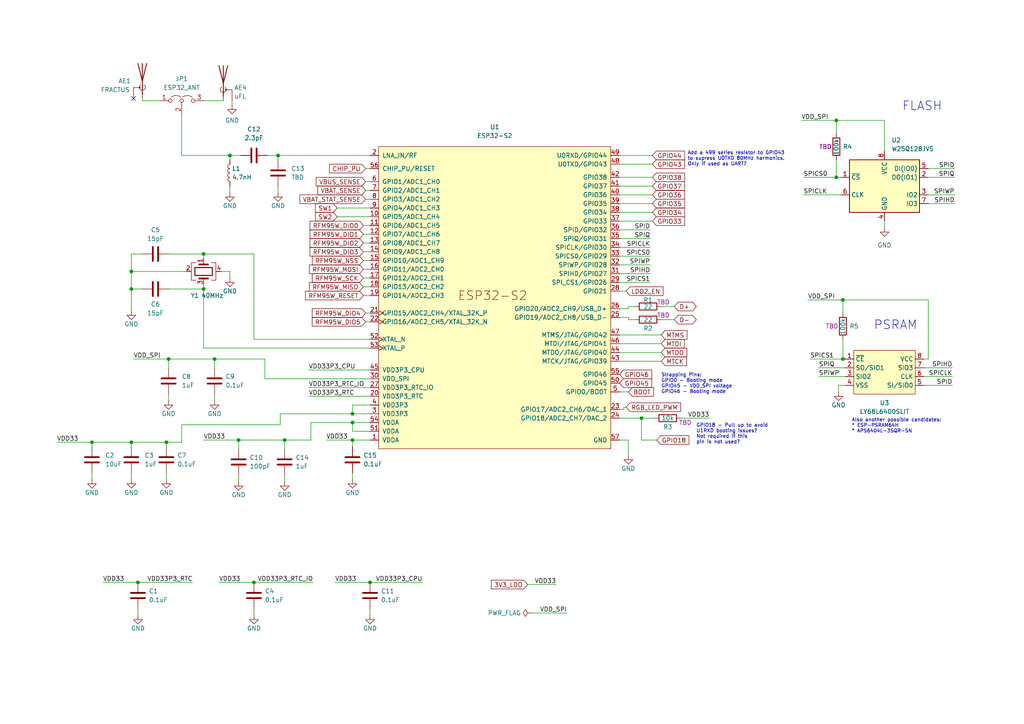
<source format=kicad_sch>
(kicad_sch (version 20211123) (generator eeschema)
  (paper "A4")
  (title_block (title "IoT-PostBox") (date "28.05.2022") (rev "v1.1") (comment 1 "https://github.com/paclema/iot-postbox") (comment 2 "IoT-PostBox board based on ESP32-S2"))
  (lib_symbols
    (symbol "Device:Antenna_Shield" (pin_numbers hide) (pin_names (offset 1.016) hide)
      (property "Reference" "AE" (at -1.905 4.445 0))
      (property "Value" "Antenna_Shield" (at -1.905 2.54 0))
      (symbol "Antenna_Shield_0_1"
        (arc (start -0.508 -1.143) (mid -0.8429 -2.1194) (end 0 -2.667))
        (arc (start 0 -2.667) (mid 0.7989 -2.1052) (end 0.508 -1.143))
        (polyline (pts (xy 0 -2.54) (xy 0 0)))
        (polyline (pts (xy 0 5.08) (xy 0 -3.81)) (stroke (width 0.254)))
        (polyline (pts (xy 0.762 -1.905) (xy 2.54 -1.905)))
        (polyline (pts (xy 2.54 -2.54) (xy 2.54 -1.905)))
        (polyline (pts (xy 1.27 5.08) (xy 0 0) (xy -1.27 5.08)) (stroke (width 0.254)))
        (circle (center 0.762 -1.905) (radius 0.1778) (fill (type outline)))
      )
      (symbol "Antenna_Shield_1_1"
        (pin input line (at 0 -5.08 90) (length 2.54) (name "A") (number "1"))
        (pin input line (at 2.54 -5.08 90) (length 2.54) (name "Shield") (number "2"))
      )
    )
    (symbol "Device:C" (pin_numbers hide) (pin_names (offset 0.254))
      (property "Reference" "C" (at 0.635 2.54 0))
      (property "Value" "C" (at 0.635 -2.54 0))
      (symbol "C_0_1"
        (polyline (pts (xy -2.032 -0.762) (xy 2.032 -0.762)) (stroke (width 0.508)))
        (polyline (pts (xy -2.032 0.762) (xy 2.032 0.762)) (stroke (width 0.508)))
      )
      (symbol "C_1_1"
        (pin passive line (at 0 3.81 270) (length 2.794) (name "~") (number "1"))
        (pin passive line (at 0 -3.81 90) (length 2.794) (name "~") (number "2"))
      )
    )
    (symbol "Device:Crystal_GND24" (pin_names (offset 1.016) hide)
      (property "Reference" "Y" (at 3.175 5.08 0))
      (property "Value" "Crystal_GND24" (at 3.175 3.175 0))
      (symbol "Crystal_GND24_0_1"
        (rectangle (start -1.143 2.54) (end 1.143 -2.54) (stroke (width 0.3048)))
        (polyline (pts (xy -2.54 0) (xy -2.032 0)))
        (polyline (pts (xy -2.032 -1.27) (xy -2.032 1.27)) (stroke (width 0.508)))
        (polyline (pts (xy 0 -3.81) (xy 0 -3.556)))
        (polyline (pts (xy 0 3.556) (xy 0 3.81)))
        (polyline (pts (xy 2.032 -1.27) (xy 2.032 1.27)) (stroke (width 0.508)))
        (polyline (pts (xy 2.032 0) (xy 2.54 0)))
        (polyline (pts (xy -2.54 -2.286) (xy -2.54 -3.556) (xy 2.54 -3.556) (xy 2.54 -2.286)))
        (polyline (pts (xy -2.54 2.286) (xy -2.54 3.556) (xy 2.54 3.556) (xy 2.54 2.286)))
      )
      (symbol "Crystal_GND24_1_1"
        (pin passive line (at -3.81 0 0) (length 1.27) (name "1") (number "1"))
        (pin passive line (at 0 5.08 270) (length 1.27) (name "2") (number "2"))
        (pin passive line (at 3.81 0 180) (length 1.27) (name "3") (number "3"))
        (pin passive line (at 0 -5.08 90) (length 1.27) (name "4") (number "4"))
      )
    )
    (symbol "Device:L" (pin_numbers hide) (pin_names (offset 1.016) hide)
      (property "Reference" "L" (at -1.27 0 90))
      (property "Value" "L" (at 1.905 0 90))
      (symbol "L_0_1"
        (arc (start 0 -2.54) (mid 0.635 -1.905) (end 0 -1.27))
        (arc (start 0 -1.27) (mid 0.635 -0.635) (end 0 0))
        (arc (start 0 0) (mid 0.635 0.635) (end 0 1.27))
        (arc (start 0 1.27) (mid 0.635 1.905) (end 0 2.54))
      )
      (symbol "L_1_1"
        (pin passive line (at 0 3.81 270) (length 1.27) (name "1") (number "1"))
        (pin passive line (at 0 -3.81 90) (length 1.27) (name "2") (number "2"))
      )
    )
    (symbol "Device:R" (pin_numbers hide) (pin_names (offset 0))
      (property "Reference" "R" (at 2.032 0 90))
      (property "Value" "R" (at 0 0 90))
      (symbol "R_0_1"
        (rectangle (start -1.016 -2.54) (end 1.016 2.54) (stroke (width 0.254)))
      )
      (symbol "R_1_1"
        (pin passive line (at 0 3.81 270) (length 1.27) (name "~") (number "1"))
        (pin passive line (at 0 -3.81 90) (length 1.27) (name "~") (number "2"))
      )
    )
    (symbol "Espressif:ESP32-S2" (pin_names (offset 1.016))
      (property "Reference" "U" (at 0 44.45 0))
      (property "Value" "ESP32-S2" (at 0 -45.72 0))
      (symbol "ESP32-S2_0_0"
        (text "ESP32-S2" (at 0 0 0) (effects (font (size 2.54 2.54))))
      )
      (symbol "ESP32-S2_0_1"
        (rectangle (start -33.02 43.18) (end 34.29 -44.45) (fill (type background)))
      )
      (symbol "ESP32-S2_1_1"
        (pin power_in line (at -35.56 -41.91 0) (length 2.54) (name "VDDA") (number "1"))
        (pin bidirectional line (at -35.56 22.86 0) (length 2.54) (name "GPIO5/ADC1_CH4") (number "10"))
        (pin bidirectional line (at -35.56 20.32 0) (length 2.54) (name "GPIO6/ADC1_CH5") (number "11"))
        (pin bidirectional line (at -35.56 17.78 0) (length 2.54) (name "GPIO7/ADC1_CH6") (number "12"))
        (pin bidirectional line (at -35.56 15.24 0) (length 2.54) (name "GPIO8/ADC1_CH7") (number "13"))
        (pin bidirectional line (at -35.56 12.7 0) (length 2.54) (name "GPIO9/ADC1_CH8") (number "14"))
        (pin bidirectional line (at -35.56 10.16 0) (length 2.54) (name "GPIO10/ADC1_CH9") (number "15"))
        (pin bidirectional line (at -35.56 7.62 0) (length 2.54) (name "GPIO11/ADC2_CH0") (number "16"))
        (pin bidirectional line (at -35.56 5.08 0) (length 2.54) (name "GPIO12/ADC2_CH1") (number "17"))
        (pin bidirectional line (at -35.56 2.54 0) (length 2.54) (name "GPIO13/ADC2_CH2") (number "18"))
        (pin bidirectional line (at -35.56 0 0) (length 2.54) (name "GPIO14/ADC2_CH3") (number "19"))
        (pin bidirectional line (at -35.56 40.64 0) (length 2.54) (name "LNA_IN/RF") (number "2"))
        (pin power_in line (at -35.56 -29.21 0) (length 2.54) (name "VDD3P3_RTC") (number "20"))
        (pin bidirectional clock (at -35.56 -5.08 0) (length 2.54) (name "GPIO15/ADC2_CH4/XTAL_32K_P") (number "21"))
        (pin bidirectional clock (at -35.56 -7.62 0) (length 2.54) (name "GPIO16/ADC2_CH5/XTAL_32K_N") (number "22"))
        (pin bidirectional line (at 36.83 -33.02 180) (length 2.54) (name "GPIO17/ADC2_CH6/DAC_1") (number "23"))
        (pin bidirectional line (at 36.83 -35.56 180) (length 2.54) (name "GPIO18/ADC2_CH7/DAC_2") (number "24"))
        (pin bidirectional line (at 36.83 -6.35 180) (length 2.54) (name "GPIO19/ADC2_CH8/USB_D-") (number "25"))
        (pin bidirectional line (at 36.83 -3.81 180) (length 2.54) (name "GPIO20/ADC2_CH9/USB_D+") (number "26"))
        (pin power_in line (at -35.56 -26.67 0) (length 2.54) (name "VDD3P3_RTC_IO") (number "27"))
        (pin bidirectional line (at 36.83 1.27 180) (length 2.54) (name "GPIO21") (number "28"))
        (pin bidirectional line (at 36.83 3.81 180) (length 2.54) (name "SPI_CS1/GPIO26") (number "29"))
        (pin power_in line (at -35.56 -34.29 0) (length 2.54) (name "VDD3P3") (number "3"))
        (pin power_in line (at -35.56 -24.13 0) (length 2.54) (name "VDD_SPI") (number "30"))
        (pin bidirectional line (at 36.83 6.35 180) (length 2.54) (name "SPIHD/GPIO27") (number "31"))
        (pin bidirectional line (at 36.83 8.89 180) (length 2.54) (name "SPIWP/GPIO28") (number "32"))
        (pin bidirectional line (at 36.83 11.43 180) (length 2.54) (name "SPICS0/GPIO29") (number "33"))
        (pin bidirectional line (at 36.83 13.97 180) (length 2.54) (name "SPICLK/GPIO30") (number "34"))
        (pin bidirectional line (at 36.83 16.51 180) (length 2.54) (name "SPIQ/GPIO31") (number "35"))
        (pin bidirectional line (at 36.83 19.05 180) (length 2.54) (name "SPID/GPIO32") (number "36"))
        (pin bidirectional line (at 36.83 21.59 180) (length 2.54) (name "GPIO33") (number "37"))
        (pin bidirectional line (at 36.83 24.13 180) (length 2.54) (name "GPIO34") (number "38"))
        (pin bidirectional line (at 36.83 26.67 180) (length 2.54) (name "GPIO35") (number "39"))
        (pin power_in line (at -35.56 -31.75 0) (length 2.54) (name "VDD3P3") (number "4"))
        (pin bidirectional line (at 36.83 29.21 180) (length 2.54) (name "GPIO36") (number "40"))
        (pin bidirectional line (at 36.83 31.75 180) (length 2.54) (name "GPIO37") (number "41"))
        (pin bidirectional line (at 36.83 34.29 180) (length 2.54) (name "GPIO38") (number "42"))
        (pin input line (at 36.83 -19.05 180) (length 2.54) (name "MTCK/JTAG/GPIO39") (number "43"))
        (pin output line (at 36.83 -16.51 180) (length 2.54) (name "MTDO/JTAG/GPIO40") (number "44"))
        (pin power_in line (at -35.56 -21.59 0) (length 2.54) (name "VDD3P3_CPU") (number "45"))
        (pin input line (at 36.83 -13.97 180) (length 2.54) (name "MTDI/JTAG/GPIO41") (number "46"))
        (pin output line (at 36.83 -11.43 180) (length 2.54) (name "MTMS/JTAG/GPIO42") (number "47"))
        (pin bidirectional line (at 36.83 38.1 180) (length 2.54) (name "U0TXD/GPIO43") (number "48"))
        (pin bidirectional line (at 36.83 40.64 180) (length 2.54) (name "U0RXD/GPIO44") (number "49"))
        (pin bidirectional line (at 36.83 -27.94 180) (length 2.54) (name "GPIO0/BOOT") (number "5"))
        (pin bidirectional line (at 36.83 -25.4 180) (length 2.54) (name "GPIO45") (number "50"))
        (pin power_in line (at -35.56 -39.37 0) (length 2.54) (name "VDDA") (number "51"))
        (pin bidirectional clock (at -35.56 -12.7 0) (length 2.54) (name "XTAL_N") (number "52"))
        (pin bidirectional clock (at -35.56 -15.24 0) (length 2.54) (name "XTAL_P") (number "53"))
        (pin power_in line (at -35.56 -36.83 0) (length 2.54) (name "VDDA") (number "54"))
        (pin input line (at 36.83 -22.86 180) (length 2.54) (name "GPIO46") (number "55"))
        (pin bidirectional line (at -35.56 36.83 0) (length 2.54) (name "CHIP_PU/RESET") (number "56"))
        (pin power_in line (at 36.83 -41.91 180) (length 2.54) (name "GND") (number "57"))
        (pin bidirectional line (at -35.56 33.02 0) (length 2.54) (name "GPIO1/ADC1_CH0") (number "6"))
        (pin bidirectional line (at -35.56 30.48 0) (length 2.54) (name "GPIO2/ADC1_CH1") (number "7"))
        (pin bidirectional line (at -35.56 27.94 0) (length 2.54) (name "GPIO3/ADC1_CH2") (number "8"))
        (pin bidirectional line (at -35.56 25.4 0) (length 2.54) (name "GPIO4/ADC1_CH3") (number "9"))
      )
    )
    (symbol "Jumper:Jumper_3_Open" (pin_names (offset 0) hide)
      (property "Reference" "JP" (at -2.54 -2.54 0))
      (property "Value" "Jumper_3_Open" (at 0 2.794 0))
      (symbol "Jumper_3_Open_0_0"
        (circle (center -3.302 0) (radius 0.508))
        (circle (center 0 0) (radius 0.508))
        (circle (center 3.302 0) (radius 0.508))
      )
      (symbol "Jumper_3_Open_0_1"
        (arc (start -0.254 1.016) (mid -1.651 1.4992) (end -3.048 1.016))
        (polyline (pts (xy 0 -0.508) (xy 0 -1.27)))
        (arc (start 3.048 1.016) (mid 1.651 1.4992) (end 0.254 1.016))
      )
      (symbol "Jumper_3_Open_1_1"
        (pin passive line (at -6.35 0 0) (length 2.54) (name "A") (number "1"))
        (pin passive line (at 0 -3.81 90) (length 2.54) (name "C") (number "2"))
        (pin passive line (at 6.35 0 180) (length 2.54) (name "B") (number "3"))
      )
    )
    (symbol "Memory_Flash:W25Q128JVS"
      (property "Reference" "U" (at -8.89 8.89 0))
      (property "Value" "W25Q128JVS" (at 7.62 8.89 0))
      (symbol "W25Q128JVS_0_1"
        (rectangle (start -10.16 7.62) (end 10.16 -7.62) (stroke (width 0.254)) (fill (type background)))
      )
      (symbol "W25Q128JVS_1_1"
        (pin input line (at -12.7 2.54 0) (length 2.54) (name "~{CS}") (number "1"))
        (pin bidirectional line (at 12.7 2.54 180) (length 2.54) (name "DO(IO1)") (number "2"))
        (pin bidirectional line (at 12.7 -2.54 180) (length 2.54) (name "IO2") (number "3"))
        (pin power_in line (at 0 -10.16 90) (length 2.54) (name "GND") (number "4"))
        (pin bidirectional line (at 12.7 5.08 180) (length 2.54) (name "DI(IO0)") (number "5"))
        (pin input line (at -12.7 -2.54 0) (length 2.54) (name "CLK") (number "6"))
        (pin bidirectional line (at 12.7 -5.08 180) (length 2.54) (name "IO3") (number "7"))
        (pin power_in line (at 0 10.16 270) (length 2.54) (name "VCC") (number "8"))
      )
    )
    (symbol "iot-postbox:LY68L6400SLIT"
      (property "Reference" "U" (at 0 -11.43 0))
      (property "Value" "LY68L6400SLIT" (at 0 -8.89 0))
      (symbol "LY68L6400SLIT_0_1"
        (rectangle (start -8.89 6.35) (end 8.89 -6.35) (fill (type background)))
      )
      (symbol "LY68L6400SLIT_1_1"
        (pin input line (at -11.43 3.81 0) (length 2.54) (name "~{CE}") (number "1"))
        (pin bidirectional line (at -11.43 1.27 0) (length 2.54) (name "SO/SIO1") (number "2"))
        (pin bidirectional line (at -11.43 -1.27 0) (length 2.54) (name "SIO2") (number "3"))
        (pin power_in line (at -11.43 -3.81 0) (length 2.54) (name "VSS") (number "4"))
        (pin bidirectional line (at 11.43 -3.81 180) (length 2.54) (name "SI/SIO0") (number "5"))
        (pin input line (at 11.43 -1.27 180) (length 2.54) (name "CLK") (number "6"))
        (pin bidirectional line (at 11.43 1.27 180) (length 2.54) (name "SIO3") (number "7"))
        (pin power_in line (at 11.43 3.81 180) (length 2.54) (name "VCC") (number "8"))
      )
    )
    (symbol "power:GND" (power) (pin_names (offset 0))
      (property "Value" "GND" (at 0 -3.81 0))
      (symbol "GND_0_1"
        (polyline (pts (xy 0 0) (xy 0 -1.27) (xy 1.27 -1.27) (xy 0 -2.54) (xy -1.27 -1.27) (xy 0 -1.27)))
      )
      (symbol "GND_1_1"
        (pin power_in line (at 0 0 270) (length 0) hide (name "GND") (number "1"))
      )
    )
    (symbol "power:PWR_FLAG" (power) (pin_numbers hide) (pin_names (offset 0) hide)
      (property "Value" "PWR_FLAG" (at 0 3.81 0))
      (symbol "PWR_FLAG_0_0"
        (pin power_out line (at 0 0 90) (length 0) (name "pwr") (number "1"))
      )
      (symbol "PWR_FLAG_0_1"
        (polyline (pts (xy 0 0) (xy 0 1.27) (xy -1.016 1.905) (xy 0 2.54) (xy 1.016 1.905) (xy 0 1.27)))
      )
    )
  )
  (junction (at 38.1 78.74))
  (junction (at 80.645 45.085))
  (junction (at 102.235 120.015))
  (junction (at 48.26 128.27))
  (junction (at 38.1 83.82))
  (junction (at 242.57 51.435))
  (junction (at 40.005 168.91))
  (junction (at 66.675 45.085))
  (junction (at 107.315 168.91))
  (junction (at 26.67 128.27))
  (junction (at 69.215 127.635))
  (junction (at 102.235 122.555))
  (junction (at 186.055 121.285))
  (junction (at 59.055 83.82))
  (junction (at 48.895 104.14))
  (junction (at 59.055 73.66))
  (junction (at 244.475 104.14))
  (junction (at 102.235 127.635))
  (junction (at 244.475 86.995))
  (junction (at 62.23 104.14))
  (junction (at 38.1 128.27))
  (junction (at 242.57 34.925))
  (junction (at 73.66 168.91))
  (junction (at 82.55 127.635))
  (no_connect (at 38.735 28.575))
  (wire (pts (xy 189.23 61.595) (xy 179.705 61.595)))
  (wire (pts (xy 179.705 66.675) (xy 188.595 66.675)))
  (wire (pts (xy 189.23 45.085) (xy 179.705 45.085)))
  (wire (pts (xy 66.675 78.74) (xy 66.675 80.645)))
  (wire (pts (xy 102.235 125.095) (xy 102.235 122.555)))
  (wire (pts (xy 105.41 73.025) (xy 107.315 73.025)))
  (wire (pts (xy 29.845 168.91) (xy 40.005 168.91)))
  (wire (pts (xy 69.215 137.795) (xy 69.215 139.7)))
  (wire (pts (xy 188.595 74.295) (xy 179.705 74.295)))
  (wire (pts (xy 186.055 121.285) (xy 189.865 121.285)))
  (wire (pts (xy 81.28 120.015) (xy 81.28 123.19)))
  (wire (pts (xy 182.245 88.9) (xy 184.15 88.9)))
  (wire (pts (xy 243.205 111.76) (xy 243.205 113.665)))
  (wire (pts (xy 89.535 114.935) (xy 107.315 114.935)))
  (wire (pts (xy 105.41 78.105) (xy 107.315 78.105)))
  (wire (pts (xy 244.475 98.425) (xy 244.475 104.14)))
  (wire (pts (xy 82.55 137.795) (xy 82.55 139.7)))
  (wire (pts (xy 244.475 86.995) (xy 269.24 86.995)))
  (wire (pts (xy 190.5 127.635) (xy 186.055 127.635)))
  (wire (pts (xy 256.54 64.135) (xy 256.54 66.04)))
  (wire (pts (xy 269.24 59.055) (xy 276.86 59.055)))
  (wire (pts (xy 164.465 177.8) (xy 154.305 177.8)))
  (wire (pts (xy 106.045 57.785) (xy 107.315 57.785)))
  (wire (pts (xy 107.315 98.425) (xy 73.66 98.425)))
  (wire (pts (xy 188.595 71.755) (xy 179.705 71.755)))
  (wire (pts (xy 234.95 104.14) (xy 244.475 104.14)))
  (wire (pts (xy 38.1 129.54) (xy 38.1 128.27)))
  (wire (pts (xy 89.535 107.315) (xy 107.315 107.315)))
  (wire (pts (xy 62.23 104.14) (xy 76.835 104.14)))
  (wire (pts (xy 38.1 73.66) (xy 38.1 78.74)))
  (wire (pts (xy 188.595 81.915) (xy 179.705 81.915)))
  (wire (pts (xy 26.67 137.16) (xy 26.67 139.065)))
  (wire (pts (xy 105.41 80.645) (xy 107.315 80.645)))
  (wire (pts (xy 80.645 53.975) (xy 80.645 55.88)))
  (wire (pts (xy 179.705 102.235) (xy 191.77 102.235)))
  (wire (pts (xy 90.17 122.555) (xy 102.235 122.555)))
  (wire (pts (xy 189.23 64.135) (xy 179.705 64.135)))
  (wire (pts (xy 106.045 93.345) (xy 107.315 93.345)))
  (wire (pts (xy 67.31 30.48) (xy 67.31 29.21)))
  (wire (pts (xy 234.315 86.995) (xy 244.475 86.995)))
  (wire (pts (xy 107.315 117.475) (xy 102.235 117.475)))
  (wire (pts (xy 245.11 111.76) (xy 243.205 111.76)))
  (wire (pts (xy 77.47 45.085) (xy 80.645 45.085)))
  (wire (pts (xy 76.835 104.14) (xy 76.835 109.855)))
  (wire (pts (xy 233.045 51.435) (xy 242.57 51.435)))
  (wire (pts (xy 107.315 120.015) (xy 102.235 120.015)))
  (wire (pts (xy 179.705 92.075) (xy 182.245 92.075)))
  (wire (pts (xy 53.975 78.74) (xy 38.1 78.74)))
  (wire (pts (xy 179.705 121.285) (xy 186.055 121.285)))
  (wire (pts (xy 48.26 128.27) (xy 52.705 128.27)))
  (wire (pts (xy 59.055 29.21) (xy 64.77 29.21)))
  (wire (pts (xy 73.66 73.66) (xy 73.66 98.425)))
  (wire (pts (xy 62.23 114.3) (xy 62.23 116.205)))
  (wire (pts (xy 105.41 85.725) (xy 107.315 85.725)))
  (wire (pts (xy 267.97 106.68) (xy 276.225 106.68)))
  (wire (pts (xy 52.705 33.02) (xy 52.705 45.085)))
  (wire (pts (xy 38.1 128.27) (xy 48.26 128.27)))
  (wire (pts (xy 105.41 67.945) (xy 107.315 67.945)))
  (wire (pts (xy 46.355 29.21) (xy 41.275 29.21)))
  (wire (pts (xy 197.485 121.285) (xy 205.74 121.285)))
  (wire (pts (xy 97.155 168.91) (xy 107.315 168.91)))
  (wire (pts (xy 180.975 118.745) (xy 180.975 118.11)))
  (wire (pts (xy 48.895 83.82) (xy 59.055 83.82)))
  (wire (pts (xy 69.85 45.085) (xy 66.675 45.085)))
  (wire (pts (xy 48.895 104.14) (xy 62.23 104.14)))
  (wire (pts (xy 59.055 83.82) (xy 59.055 82.55)))
  (wire (pts (xy 62.23 104.14) (xy 62.23 106.68)))
  (wire (pts (xy 48.26 128.27) (xy 48.26 129.54)))
  (wire (pts (xy 41.275 29.21) (xy 41.275 28.575)))
  (wire (pts (xy 106.045 55.245) (xy 107.315 55.245)))
  (wire (pts (xy 59.055 73.66) (xy 59.055 74.93)))
  (wire (pts (xy 182.245 127.635) (xy 182.245 132.08)))
  (wire (pts (xy 40.005 176.53) (xy 40.005 178.435)))
  (wire (pts (xy 179.705 79.375) (xy 188.595 79.375)))
  (wire (pts (xy 69.215 130.175) (xy 69.215 127.635)))
  (wire (pts (xy 38.1 78.74) (xy 38.1 83.82)))
  (wire (pts (xy 179.705 69.215) (xy 188.595 69.215)))
  (wire (pts (xy 105.41 75.565) (xy 107.315 75.565)))
  (wire (pts (xy 48.895 73.66) (xy 59.055 73.66)))
  (wire (pts (xy 76.835 109.855) (xy 107.315 109.855)))
  (wire (pts (xy 80.645 45.085) (xy 80.645 46.355)))
  (wire (pts (xy 269.24 51.435) (xy 276.86 51.435)))
  (wire (pts (xy 90.805 168.91) (xy 73.66 168.91)))
  (wire (pts (xy 105.41 70.485) (xy 107.315 70.485)))
  (wire (pts (xy 179.705 99.695) (xy 191.77 99.695)))
  (wire (pts (xy 186.055 127.635) (xy 186.055 121.285)))
  (wire (pts (xy 38.1 137.16) (xy 38.1 139.065)))
  (wire (pts (xy 52.705 123.19) (xy 52.705 128.27)))
  (wire (pts (xy 102.235 137.16) (xy 102.235 139.065)))
  (wire (pts (xy 179.705 97.155) (xy 191.77 97.155)))
  (wire (pts (xy 90.17 127.635) (xy 90.17 122.555)))
  (wire (pts (xy 52.705 45.085) (xy 66.675 45.085)))
  (wire (pts (xy 179.705 127.635) (xy 182.245 127.635)))
  (wire (pts (xy 189.23 51.435) (xy 179.705 51.435)))
  (wire (pts (xy 69.215 127.635) (xy 82.55 127.635)))
  (wire (pts (xy 26.67 128.27) (xy 38.1 128.27)))
  (wire (pts (xy 269.24 104.14) (xy 267.97 104.14)))
  (wire (pts (xy 179.705 104.775) (xy 191.77 104.775)))
  (wire (pts (xy 82.55 127.635) (xy 82.55 130.175)))
  (wire (pts (xy 179.705 84.455) (xy 181.61 84.455)))
  (wire (pts (xy 269.24 48.895) (xy 276.86 48.895)))
  (wire (pts (xy 94.615 127.635) (xy 102.235 127.635)))
  (wire (pts (xy 233.045 56.515) (xy 243.84 56.515)))
  (wire (pts (xy 106.045 52.705) (xy 107.315 52.705)))
  (wire (pts (xy 16.51 128.27) (xy 26.67 128.27)))
  (wire (pts (xy 64.135 78.74) (xy 66.675 78.74)))
  (wire (pts (xy 107.315 127.635) (xy 102.235 127.635)))
  (wire (pts (xy 82.55 127.635) (xy 90.17 127.635)))
  (wire (pts (xy 269.24 86.995) (xy 269.24 104.14)))
  (wire (pts (xy 81.28 123.19) (xy 52.705 123.19)))
  (wire (pts (xy 107.315 122.555) (xy 102.235 122.555)))
  (wire (pts (xy 66.675 53.975) (xy 66.675 55.88)))
  (wire (pts (xy 105.41 65.405) (xy 107.315 65.405)))
  (wire (pts (xy 245.11 106.68) (xy 237.49 106.68)))
  (wire (pts (xy 232.41 34.925) (xy 242.57 34.925)))
  (wire (pts (xy 179.705 47.625) (xy 189.23 47.625)))
  (wire (pts (xy 89.535 112.395) (xy 107.315 112.395)))
  (wire (pts (xy 38.1 83.82) (xy 41.275 83.82)))
  (wire (pts (xy 179.705 118.745) (xy 180.975 118.745)))
  (wire (pts (xy 107.315 176.53) (xy 107.315 178.435)))
  (wire (pts (xy 107.315 100.965) (xy 59.055 100.965)))
  (wire (pts (xy 189.23 59.055) (xy 179.705 59.055)))
  (wire (pts (xy 180.975 118.11) (xy 181.61 118.11)))
  (wire (pts (xy 102.235 120.015) (xy 81.28 120.015)))
  (wire (pts (xy 267.97 111.76) (xy 276.225 111.76)))
  (wire (pts (xy 105.41 83.185) (xy 107.315 83.185)))
  (wire (pts (xy 182.245 92.075) (xy 182.245 92.71)))
  (wire (pts (xy 63.5 168.91) (xy 73.66 168.91)))
  (wire (pts (xy 55.88 168.91) (xy 40.005 168.91)))
  (wire (pts (xy 102.235 127.635) (xy 102.235 129.54)))
  (wire (pts (xy 66.675 45.085) (xy 66.675 46.355)))
  (wire (pts (xy 244.475 86.995) (xy 244.475 90.805)))
  (wire (pts (xy 189.23 56.515) (xy 179.705 56.515)))
  (wire (pts (xy 242.57 46.355) (xy 242.57 51.435)))
  (wire (pts (xy 106.045 90.805) (xy 107.315 90.805)))
  (wire (pts (xy 26.67 129.54) (xy 26.67 128.27)))
  (wire (pts (xy 191.77 92.71) (xy 195.58 92.71)))
  (wire (pts (xy 242.57 34.925) (xy 242.57 38.735)))
  (wire (pts (xy 48.26 137.16) (xy 48.26 139.065)))
  (wire (pts (xy 48.895 106.68) (xy 48.895 104.14)))
  (wire (pts (xy 153.035 169.545) (xy 161.29 169.545)))
  (wire (pts (xy 242.57 51.435) (xy 243.84 51.435)))
  (wire (pts (xy 276.225 109.22) (xy 267.97 109.22)))
  (wire (pts (xy 106.045 48.895) (xy 107.315 48.895)))
  (wire (pts (xy 182.245 89.535) (xy 179.705 89.535)))
  (wire (pts (xy 48.895 114.3) (xy 48.895 116.205)))
  (wire (pts (xy 242.57 34.925) (xy 256.54 34.925)))
  (wire (pts (xy 269.24 56.515) (xy 276.86 56.515)))
  (wire (pts (xy 179.705 76.835) (xy 188.595 76.835)))
  (wire (pts (xy 38.735 104.14) (xy 48.895 104.14)))
  (wire (pts (xy 38.1 73.66) (xy 41.275 73.66)))
  (wire (pts (xy 189.23 53.975) (xy 179.705 53.975)))
  (wire (pts (xy 182.245 92.71) (xy 184.15 92.71)))
  (wire (pts (xy 122.555 168.91) (xy 107.315 168.91)))
  (wire (pts (xy 97.79 60.325) (xy 107.315 60.325)))
  (wire (pts (xy 182.245 113.665) (xy 179.705 113.665)))
  (wire (pts (xy 73.66 176.53) (xy 73.66 178.435)))
  (wire (pts (xy 102.235 117.475) (xy 102.235 120.015)))
  (wire (pts (xy 38.1 83.82) (xy 38.1 90.17)))
  (wire (pts (xy 97.79 62.865) (xy 107.315 62.865)))
  (wire (pts (xy 182.245 88.9) (xy 182.245 89.535)))
  (wire (pts (xy 256.54 34.925) (xy 256.54 43.815)))
  (wire (pts (xy 73.66 73.66) (xy 59.055 73.66)))
  (wire (pts (xy 59.055 127.635) (xy 69.215 127.635)))
  (wire (pts (xy 245.11 109.22) (xy 237.49 109.22)))
  (wire (pts (xy 80.645 45.085) (xy 107.315 45.085)))
  (wire (pts (xy 59.055 83.82) (xy 59.055 100.965)))
  (wire (pts (xy 107.315 125.095) (xy 102.235 125.095)))
  (wire (pts (xy 244.475 104.14) (xy 245.11 104.14)))
  (wire (pts (xy 191.77 88.9) (xy 195.58 88.9)))
  (text "Also another possible candidates:\n* ESP-PSRAM64H\n* APS6404L-3SQR-SN" (at 247.015 125.73 0) (effects (font (size 1 1)) (justify left bottom)))
  (text "PSRAM" (at 253.365 95.885 0) (effects (font (size 2.54 2.54)) (justify left bottom)))
  (text "Add a 499 series resistor to GPIO43\nto supress U0TXD 80MHz harmonics.\nOnly if used as UART?" (at 199.39 48.26 0) (effects (font (size 1 1)) (justify left bottom)))
  (text "GPIO18 - Pull up to avoid\nU1RXD booting issues?\nNot required if this \npin is not used?" (at 201.93 128.905 0) (effects (font (size 1 1)) (justify left bottom)))
  (text "Strapping Pins:\nGPIO0 - Booting mode\nGPIO45 - VDD_SPI voltage\nGPIO46 - Booting mode" (at 191.77 114.3 0) (effects (font (size 1 1)) (justify left bottom)))
  (text "FLASH" (at 261.62 32.385 0) (effects (font (size 2.54 2.54)) (justify left bottom)))
  (label "VDD33P3_RTC_IO" (at 89.535 112.395 0))
  (label "SPICLK" (at 233.045 56.515 0))
  (label "VDD33P3_RTC" (at 55.88 168.91 180))
  (label "SPID" (at 188.595 66.675 180))
  (label "VDD_SPI" (at 38.735 104.14 0))
  (label "VDD33" (at 97.155 168.91 0))
  (label "VDD33" (at 94.615 127.635 0))
  (label "SPICS1" (at 188.595 81.915 180))
  (label "SPICS0" (at 233.045 51.435 0))
  (label "SPIHD" (at 188.595 79.375 180))
  (label "VDD33P3_CPU" (at 89.535 107.315 0))
  (label "VDD33" (at 205.74 121.285 180))
  (label "VDD33" (at 63.5 168.91 0))
  (label "VDD33" (at 161.29 169.545 180))
  (label "VDD33P3_RTC" (at 89.535 114.935 0))
  (label "SPICS1" (at 234.95 104.14 0))
  (label "VDD_SPI" (at 164.465 177.8 180))
  (label "VDD_SPI" (at 234.315 86.995 0))
  (label "VDD33" (at 29.845 168.91 0))
  (label "SPIQ" (at 237.49 106.68 0))
  (label "SPIWP" (at 237.49 109.22 0))
  (label "VDD33" (at 59.055 127.635 0))
  (label "SPIHD" (at 276.86 59.055 180))
  (label "VDD_SPI" (at 232.41 34.925 0))
  (label "SPIWP" (at 188.595 76.835 180))
  (label "SPIHD" (at 276.225 106.68 180))
  (label "SPIQ" (at 276.86 51.435 180))
  (label "SPID" (at 276.86 48.895 180))
  (label "SPICLK" (at 188.595 71.755 180))
  (label "VDD33" (at 16.51 128.27 0))
  (label "SPICLK" (at 276.225 109.22 180))
  (label "SPIWP" (at 276.86 56.515 180))
  (label "SPIQ" (at 188.595 69.215 180))
  (label "VDD33P3_RTC_IO" (at 90.805 168.91 180))
  (label "VDD33P3_CPU" (at 122.555 168.91 180))
  (label "SPICS0" (at 188.595 74.295 180))
  (label "SPID" (at 276.225 111.76 180))
  (global_label "GPIO35" (shape input) (at 189.23 59.055 0) (property "Intersheet References" "${INTERSHEET_REFS}" (effects hide)))
  (global_label "VBUS_SENSE" (shape input) (at 106.045 52.705 180) (property "Intersheet References" "${INTERSHEET_REFS}" (effects hide)))
  (global_label "VBAT_SENSE" (shape input) (at 106.045 55.245 180) (property "Intersheet References" "${INTERSHEET_REFS}" (effects hide)))
  (global_label "VBAT_STAT_SENSE" (shape input) (at 106.045 57.785 180) (property "Intersheet References" "${INTERSHEET_REFS}" (effects hide)))
  (global_label "SW1" (shape input) (at 97.79 60.325 180) (property "Intersheet References" "${INTERSHEET_REFS}" (effects hide)))
  (global_label "D-" (shape bidirectional) (at 195.58 92.71 0) (property "Intersheet References" "${INTERSHEET_REFS}" (effects hide)))
  (global_label "MTMS" (shape input) (at 191.77 97.155 0) (property "Intersheet References" "${INTERSHEET_REFS}" (effects hide)))
  (global_label "GPIO43" (shape input) (at 189.23 47.625 0) (property "Intersheet References" "${INTERSHEET_REFS}" (effects hide)))
  (global_label "RFM95W_DIO1" (shape input) (at 105.41 67.945 180) (property "Intersheet References" "${INTERSHEET_REFS}" (effects hide)))
  (global_label "MTCK" (shape input) (at 191.77 104.775 0) (property "Intersheet References" "${INTERSHEET_REFS}" (effects hide)))
  (global_label "RGB_LED_PWM" (shape input) (at 181.61 118.11 0) (property "Intersheet References" "${INTERSHEET_REFS}" (effects hide)))
  (global_label "GPIO38" (shape input) (at 189.23 51.435 0) (property "Intersheet References" "${INTERSHEET_REFS}" (effects hide)))
  (global_label "GPIO44" (shape input) (at 189.23 45.085 0) (property "Intersheet References" "${INTERSHEET_REFS}" (effects hide)))
  (global_label "3V3_LDO" (shape input) (at 153.035 169.545 180) (property "Intersheet References" "${INTERSHEET_REFS}" (effects hide)))
  (global_label "RFM95W_NSS" (shape input) (at 105.41 75.565 180) (property "Intersheet References" "${INTERSHEET_REFS}" (effects hide)))
  (global_label "SW2" (shape input) (at 97.79 62.865 180) (property "Intersheet References" "${INTERSHEET_REFS}" (effects hide)))
  (global_label "GPIO45" (shape input) (at 179.705 111.125 0) (property "Intersheet References" "${INTERSHEET_REFS}" (effects hide)))
  (global_label "GPIO37" (shape input) (at 189.23 53.975 0) (property "Intersheet References" "${INTERSHEET_REFS}" (effects hide)))
  (global_label "RFM95W_DIO3" (shape input) (at 105.41 73.025 180) (property "Intersheet References" "${INTERSHEET_REFS}" (effects hide)))
  (global_label "LDO2_EN" (shape input) (at 181.61 84.455 0) (property "Intersheet References" "${INTERSHEET_REFS}" (effects hide)))
  (global_label "GPIO36" (shape input) (at 189.23 56.515 0) (property "Intersheet References" "${INTERSHEET_REFS}" (effects hide)))
  (global_label "GPIO18" (shape input) (at 190.5 127.635 0) (property "Intersheet References" "${INTERSHEET_REFS}" (effects hide)))
  (global_label "RFM95W_RESET" (shape input) (at 105.41 85.725 180) (property "Intersheet References" "${INTERSHEET_REFS}" (effects hide)))
  (global_label "RFM95W_DIO0" (shape input) (at 105.41 65.405 180) (property "Intersheet References" "${INTERSHEET_REFS}" (effects hide)))
  (global_label "D+" (shape bidirectional) (at 195.58 88.9 0) (property "Intersheet References" "${INTERSHEET_REFS}" (effects hide)))
  (global_label "MTDO" (shape input) (at 191.77 102.235 0) (property "Intersheet References" "${INTERSHEET_REFS}" (effects hide)))
  (global_label "RFM95W_DIO4" (shape input) (at 106.045 90.805 180) (property "Intersheet References" "${INTERSHEET_REFS}" (effects hide)))
  (global_label "GPIO34" (shape input) (at 189.23 61.595 0) (property "Intersheet References" "${INTERSHEET_REFS}" (effects hide)))
  (global_label "GPIO33" (shape input) (at 189.23 64.135 0) (property "Intersheet References" "${INTERSHEET_REFS}" (effects hide)))
  (global_label "CHIP_PU" (shape input) (at 106.045 48.895 180) (property "Intersheet References" "${INTERSHEET_REFS}" (effects hide)))
  (global_label "RFM95W_MISO" (shape input) (at 105.41 83.185 180) (property "Intersheet References" "${INTERSHEET_REFS}" (effects hide)))
  (global_label "GPIO46" (shape input) (at 179.705 108.585 0) (property "Intersheet References" "${INTERSHEET_REFS}" (effects hide)))
  (global_label "RFM95W_DIO2" (shape input) (at 105.41 70.485 180) (property "Intersheet References" "${INTERSHEET_REFS}" (effects hide)))
  (global_label "RFM95W_MOSI" (shape input) (at 105.41 78.105 180) (property "Intersheet References" "${INTERSHEET_REFS}" (effects hide)))
  (global_label "RFM95W_SCK" (shape input) (at 105.41 80.645 180) (property "Intersheet References" "${INTERSHEET_REFS}" (effects hide)))
  (global_label "RFM95W_DIO5" (shape input) (at 106.045 93.345 180) (property "Intersheet References" "${INTERSHEET_REFS}" (effects hide)))
  (global_label "MTDI" (shape input) (at 191.77 99.695 0) (property "Intersheet References" "${INTERSHEET_REFS}" (effects hide)))
  (global_label "BOOT" (shape input) (at 182.245 113.665 0) (property "Intersheet References" "${INTERSHEET_REFS}" (effects hide)))
  (symbol (lib_id "Device:C") (at 48.26 133.35 0) (unit 1)
    (property "Reference" "C7" (at 51.435 132.0799 0) (effects (justify left)))
    (property "Value" "0.1uF" (at 51.435 134.6199 0) (effects (justify left)))
    (property "Footprint" "Capacitor_SMD:C_0603_1608Metric" (effects hide))
    (property "Mouser" "CL10B104KB8NNWC" (effects hide))
  )
  (symbol (lib_id "Device:C") (at 80.645 50.165 0) (unit 1)
    (property "Reference" "C13" (at 84.455 48.8949 0) (effects (justify left)))
    (property "Value" "TBD" (at 84.455 51.4349 0) (effects (justify left)))
    (property "Footprint" "Capacitor_SMD:C_0402_1005Metric" (effects hide))
    (property "Mouser" "AC0402JR-130RL" (effects hide))
  )
  (symbol (lib_id "Device:R") (at 242.57 42.545 0) (unit 1)
    (property "Reference" "R4" (at 244.475 42.545 0) (effects (justify left)))
    (property "Value" "100k" (at 242.57 45.085 90) (effects (justify left)))
    (property "Footprint" "Resistor_SMD:R_0603_1608Metric" (effects hide))
    (property "Populated" "TBD" (at 239.395 42.545 0))
    (property "Mouser" "RK73B1JTTD104J" (effects hide))
  )
  (symbol (lib_id "Device:Antenna_Shield") (at 64.77 24.13 0) (unit 1)
    (property "Reference" "AE4" (at 67.945 25.4 0) (effects (justify left)))
    (property "Value" "uFL" (at 67.945 27.94 0) (effects (justify left)))
    (property "Footprint" "Connector_Coaxial:U.FL_Molex_MCRF_73412-0110_Vertical" (effects hide))
    (property "Mouser" "RECE.20279.001E.01" (effects hide))
    (property "LCSC" "C88373 or C88374" (effects hide))
  )
  (symbol (lib_id "Jumper:Jumper_3_Open") (at 52.705 29.21 0) (unit 1)
    (property "Reference" "JP1" (at 52.705 22.86 0))
    (property "Value" "ESP32_ANT" (at 52.705 25.4 0))
    (property "Footprint" "iot-postbox:Jumper_0402_x3" (effects hide))
    (property "Mouser" "AC0402JR-130RL" (effects hide))
  )
  (symbol (lib_id "power:GND") (at 256.54 66.04 0) (unit 1)
    (property "Reference" "#PWR019" (effects hide))
    (property "Value" "GND" (at 256.54 71.12 0))
  )
  (symbol (lib_id "Device:C") (at 102.235 133.35 0) (unit 1)
    (property "Reference" "C15" (at 105.41 132.0799 0) (effects (justify left)))
    (property "Value" "0.1uF" (at 105.41 134.6199 0) (effects (justify left)))
    (property "Footprint" "Capacitor_SMD:C_0603_1608Metric" (effects hide))
    (property "Mouser" "CL10B104KB8NNWC" (effects hide))
  )
  (symbol (lib_id "power:GND") (at 243.205 113.665 0) (unit 1)
    (property "Reference" "#PWR018" (effects hide))
    (property "Value" "GND" (at 243.205 117.475 0))
  )
  (symbol (lib_id "power:GND") (at 62.23 116.205 0) (unit 1)
    (property "Reference" "#PWR09" (effects hide))
    (property "Value" "GND" (at 62.23 120.015 0))
  )
  (symbol (lib_id "power:GND") (at 80.645 55.88 0) (unit 1)
    (property "Reference" "#PWR014" (effects hide))
    (property "Value" "GND" (at 80.645 59.69 0))
  )
  (symbol (lib_id "Device:C") (at 73.66 172.72 0) (unit 1)
    (property "Reference" "C4" (at 76.835 171.4499 0) (effects (justify left)))
    (property "Value" "0.1uF" (at 76.835 173.9899 0) (effects (justify left)))
    (property "Footprint" "Capacitor_SMD:C_0603_1608Metric" (effects hide))
    (property "Mouser" "CL10B104KB8NNWC" (effects hide))
  )
  (symbol (lib_id "power:GND") (at 38.1 139.065 0) (unit 1)
    (property "Reference" "#PWR04" (effects hide))
    (property "Value" "GND" (at 38.1 142.875 0))
  )
  (symbol (lib_id "Espressif:ESP32-S2") (at 142.875 85.725 0) (unit 1)
    (property "Reference" "U1" (at 143.51 36.83 0))
    (property "Value" "ESP32-S2" (at 143.51 39.37 0))
    (property "Footprint" "iot-postbox:ESP32_S2_QFN56" (effects hide))
    (property "Datasheet" "https://www.espressif.com/sites/default/files/documentation/esp32-s2_datasheet_en.pdf" (effects hide))
    (property "Mouser" "ESP32-S2" (effects hide))
  )
  (symbol (lib_id "power:GND") (at 40.005 178.435 0) (unit 1)
    (property "Reference" "#PWR01" (effects hide))
    (property "Value" "GND" (at 40.005 182.245 0))
  )
  (symbol (lib_id "Device:C") (at 45.085 73.66 90) (unit 1)
    (property "Reference" "C5" (at 45.085 66.675 90))
    (property "Value" "15pF" (at 45.085 69.215 90))
    (property "Footprint" "Capacitor_SMD:C_0603_1608Metric" (effects hide))
    (property "Mouser" "06035A150JAT2A" (effects hide))
  )
  (symbol (lib_id "Device:C") (at 26.67 133.35 0) (unit 1)
    (property "Reference" "C2" (at 30.48 132.0799 0) (effects (justify left)))
    (property "Value" "10uF" (at 30.48 134.6199 0) (effects (justify left)))
    (property "Footprint" "Capacitor_SMD:C_1206_3216Metric" (effects hide))
    (property "Mouser" "CL31A106KAHNNNF" (effects hide))
  )
  (symbol (lib_id "Device:Crystal_GND24") (at 59.055 78.74 90) (mirror x) (unit 1)
    (property "Reference" "Y1" (at 56.515 85.725 90))
    (property "Value" "40MHz" (at 61.595 85.725 90))
    (property "Footprint" "iot-postbox:ECS-400-10-37B2-CKM-TR" (effects hide))
    (property "Mouser" "ECS-400-10-37B2-CKM" (effects hide))
  )
  (symbol (lib_id "Device:C") (at 62.23 110.49 0) (unit 1)
    (property "Reference" "C9" (at 65.405 109.2199 0) (effects (justify left)))
    (property "Value" "0.1uF" (at 65.405 111.7599 0) (effects (justify left)))
    (property "Footprint" "Capacitor_SMD:C_0603_1608Metric" (effects hide))
    (property "Mouser" "CL10B104KB8NNWC" (effects hide))
  )
  (symbol (lib_id "Device:C") (at 38.1 133.35 0) (unit 1)
    (property "Reference" "C3" (at 41.91 132.0799 0) (effects (justify left)))
    (property "Value" "1uF" (at 41.91 134.6199 0) (effects (justify left)))
    (property "Footprint" "Capacitor_SMD:C_0805_2012Metric" (effects hide))
    (property "Mouser" "EMK212BJ105KG-T" (effects hide))
  )
  (symbol (lib_id "power:GND") (at 69.215 139.7 0) (unit 1)
    (property "Reference" "#PWR012" (effects hide))
    (property "Value" "GND" (at 69.215 143.51 0))
  )
  (symbol (lib_id "iot-postbox:LY68L6400SLIT") (at 256.54 107.95 0) (unit 1)
    (property "Reference" "U3" (at 256.54 116.84 0))
    (property "Value" "LY68L6400SLIT" (at 256.54 119.38 0))
    (property "Footprint" "Package_SO:SOP-8_3.9x4.9mm_P1.27mm" (effects hide))
    (property "Datasheet" "https://datasheet.lcsc.com/szlcsc/Lyontek-Inc-LY68L6400SLIT_C261881.pdf" (effects hide))
    (property "Aliexpress" "https://www.aliexpress.com/item/4000164056594.html" (effects hide))
    (property "LCSC" "C261881" (effects hide))
    (property "Mouser" "-" (effects hide))
  )
  (symbol (lib_id "Device:C") (at 69.215 133.985 0) (unit 1)
    (property "Reference" "C10" (at 72.39 132.7149 0) (effects (justify left)))
    (property "Value" "100pF" (at 72.39 135.2549 0) (effects (justify left)))
    (property "Footprint" "Capacitor_SMD:C_0603_1608Metric" (effects hide))
    (property "Mouser" "GRM1885C1H101JA01D" (effects hide))
  )
  (symbol (lib_id "Device:R") (at 187.96 88.9 90) (unit 1)
    (property "Reference" "R1" (at 187.96 86.995 90))
    (property "Value" "22" (at 187.96 88.9 90))
    (property "Footprint" "Resistor_SMD:R_0603_1608Metric" (effects hide))
    (property "Populated" "TBD" (at 192.405 87.63 90))
    (property "Mouser" "RC0603FR-1022RL" (effects hide))
  )
  (symbol (lib_id "power:GND") (at 66.675 55.88 0) (unit 1)
    (property "Reference" "#PWR010" (effects hide))
    (property "Value" "GND" (at 66.675 59.69 0))
  )
  (symbol (lib_id "power:GND") (at 26.67 139.065 0) (unit 1)
    (property "Reference" "#PWR02" (effects hide))
    (property "Value" "GND" (at 26.67 142.875 0))
  )
  (symbol (lib_id "Memory_Flash:W25Q128JVS") (at 256.54 53.975 0) (unit 1)
    (property "Reference" "U2" (at 258.5594 40.64 0) (effects (justify left)))
    (property "Value" "W25Q128JVS" (at 258.5594 43.18 0) (effects (justify left)))
    (property "Footprint" "Package_SO:SOIC-8_5.23x5.23mm_P1.27mm" (effects hide))
    (property "Datasheet" "http://www.winbond.com/resource-files/w25q128jv_dtr%20revc%2003272018%20plus.pdf" (effects hide))
    (property "Mouser" "W25Q128JVSIM TR" (effects hide))
  )
  (symbol (lib_id "power:GND") (at 66.675 80.645 0) (unit 1)
    (property "Reference" "#PWR011" (effects hide))
    (property "Value" "GND" (at 66.675 84.455 0))
  )
  (symbol (lib_id "power:GND") (at 38.1 90.17 0) (unit 1)
    (property "Reference" "#PWR03" (effects hide))
    (property "Value" "GND" (at 38.1 93.98 0))
  )
  (symbol (lib_id "Device:Antenna_Shield") (at 41.275 23.495 0) (mirror y) (unit 1)
    (property "Reference" "AE1" (at 34.29 23.495 0) (effects (justify right)))
    (property "Value" "FRACTUS" (at 29.21 26.035 0) (effects (justify right)))
    (property "Footprint" "iot-postbox:NN01-102" (effects hide))
    (property "Datasheet" "https://www.ignion.io/files/UM_NN01-102.pdf" (effects hide))
    (property "Mouser" "NN01-102" (effects hide))
  )
  (symbol (lib_id "power:GND") (at 82.55 139.7 0) (unit 1)
    (property "Reference" "#PWR015" (effects hide))
    (property "Value" "GND" (at 82.55 143.51 0))
  )
  (symbol (lib_id "power:GND") (at 73.66 178.435 0) (unit 1)
    (property "Reference" "#PWR05" (effects hide))
    (property "Value" "GND" (at 73.66 182.245 0))
  )
  (symbol (lib_id "Device:C") (at 73.66 45.085 90) (unit 1)
    (property "Reference" "C12" (at 73.66 37.465 90))
    (property "Value" "2.3pF" (at 73.66 40.005 90))
    (property "Footprint" "Capacitor_SMD:C_0402_1005Metric" (effects hide))
    (property "Mouser" "GRM1555C2A2R3CA01J" (effects hide))
  )
  (symbol (lib_id "Device:C") (at 48.895 110.49 0) (unit 1)
    (property "Reference" "C8" (at 52.705 109.2199 0) (effects (justify left)))
    (property "Value" "1uF" (at 52.705 111.7599 0) (effects (justify left)))
    (property "Footprint" "Capacitor_SMD:C_0805_2012Metric" (effects hide))
    (property "Mouser" "EMK212BJ105KG-T" (effects hide))
  )
  (symbol (lib_id "Device:R") (at 244.475 94.615 0) (unit 1)
    (property "Reference" "R5" (at 246.38 94.615 0) (effects (justify left)))
    (property "Value" "100k" (at 244.475 97.155 90) (effects (justify left)))
    (property "Footprint" "Resistor_SMD:R_0603_1608Metric" (effects hide))
    (property "Populated" "TBD" (at 241.3 94.615 0))
    (property "Mouser" "RK73B1JTTD104J" (effects hide))
  )
  (symbol (lib_id "power:GND") (at 182.245 132.08 0) (unit 1)
    (property "Reference" "#PWR017" (effects hide))
    (property "Value" "GND" (at 182.245 135.89 0))
  )
  (symbol (lib_id "power:GND") (at 102.235 139.065 0) (unit 1)
    (property "Reference" "#PWR016" (effects hide))
    (property "Value" "GND" (at 102.235 142.875 0))
  )
  (symbol (lib_id "Device:R") (at 187.96 92.71 90) (unit 1)
    (property "Reference" "R2" (at 187.96 95.25 90))
    (property "Value" "22" (at 187.96 92.71 90))
    (property "Footprint" "Resistor_SMD:R_0603_1608Metric" (effects hide))
    (property "Populated" "TBD" (at 192.405 91.44 90))
    (property "Mouser" "RC0603FR-1022RL" (effects hide))
  )
  (symbol (lib_id "power:PWR_FLAG") (at 154.305 177.8 90) (unit 1)
    (property "Reference" "#FLG0101" (effects hide))
    (property "Value" "PWR_FLAG" (at 151.13 177.7999 90) (effects (justify left)))
  )
  (symbol (lib_id "power:GND") (at 48.895 116.205 0) (unit 1)
    (property "Reference" "#PWR07" (effects hide))
    (property "Value" "GND" (at 48.895 120.015 0))
  )
  (symbol (lib_id "Device:C") (at 107.315 172.72 0) (unit 1)
    (property "Reference" "C11" (at 110.49 171.4499 0) (effects (justify left)))
    (property "Value" "0.1uF" (at 110.49 173.9899 0) (effects (justify left)))
    (property "Footprint" "Capacitor_SMD:C_0603_1608Metric" (effects hide))
    (property "Mouser" "CL10B104KB8NNWC" (effects hide))
  )
  (symbol (lib_id "power:GND") (at 48.26 139.065 0) (unit 1)
    (property "Reference" "#PWR06" (effects hide))
    (property "Value" "GND" (at 48.26 142.875 0))
  )
  (symbol (lib_id "power:GND") (at 67.31 30.48 0) (unit 1)
    (property "Reference" "#PWR034" (effects hide))
    (property "Value" "GND" (at 67.31 34.925 0))
  )
  (symbol (lib_id "Device:C") (at 82.55 133.985 0) (unit 1)
    (property "Reference" "C14" (at 85.725 132.7149 0) (effects (justify left)))
    (property "Value" "1uF" (at 85.725 135.2549 0) (effects (justify left)))
    (property "Footprint" "Capacitor_SMD:C_0805_2012Metric" (effects hide))
    (property "Mouser" "EMK212BJ105KG-T" (effects hide))
  )
  (symbol (lib_id "Device:C") (at 40.005 172.72 0) (unit 1)
    (property "Reference" "C1" (at 43.18 171.4499 0) (effects (justify left)))
    (property "Value" "0.1uF" (at 43.18 173.9899 0) (effects (justify left)))
    (property "Footprint" "Capacitor_SMD:C_0603_1608Metric" (effects hide))
    (property "Mouser" "CL10B104KB8NNWC" (effects hide))
  )
  (symbol (lib_id "power:GND") (at 107.315 178.435 0) (unit 1)
    (property "Reference" "#PWR013" (effects hide))
    (property "Value" "GND" (at 107.315 182.245 0))
  )
  (symbol (lib_id "Device:C") (at 45.085 83.82 90) (unit 1)
    (property "Reference" "C6" (at 45.085 88.265 90))
    (property "Value" "15pF" (at 45.085 90.805 90))
    (property "Footprint" "Capacitor_SMD:C_0603_1608Metric" (effects hide))
    (property "Mouser" "06035A150JAT2A" (effects hide))
  )
  (symbol (lib_id "Device:R") (at 193.675 121.285 90) (unit 1)
    (property "Reference" "R3" (at 193.675 123.825 90))
    (property "Value" "10k" (at 193.675 121.285 90))
    (property "Footprint" "Resistor_SMD:R_0603_1608Metric" (effects hide))
    (property "Mouser" "RC0603JR-0710KL" (effects hide))
    (property "Populated" "TBD" (at 198.755 122.555 90))
  )
  (symbol (lib_id "Device:L") (at 66.675 50.165 180) (unit 1)
    (property "Reference" "L1" (at 67.31 48.8949 0) (effects (justify right)))
    (property "Value" "4.7nH" (at 67.31 51.4349 0) (effects (justify right)))
    (property "Footprint" "Inductor_SMD:L_0402_1005Metric" (effects hide))
    (property "Mouser" "LCCI0402S4N7GTAR or shielded 7447840047G" (effects hide))
  )
)
</source>
